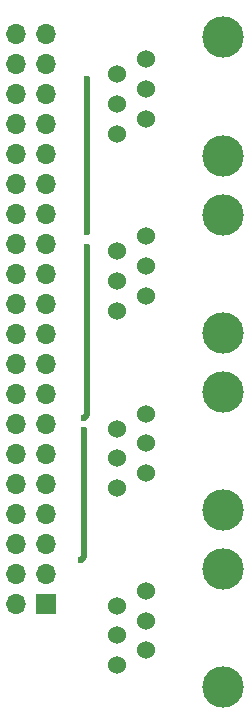
<source format=gbr>
G04 #@! TF.FileFunction,Copper,L2,Bot,Signal*
%FSLAX46Y46*%
G04 Gerber Fmt 4.6, Leading zero omitted, Abs format (unit mm)*
G04 Created by KiCad (PCBNEW 4.0.7-e2-6376~60~ubuntu17.10.1) date Wed Jun 20 23:01:23 2018*
%MOMM*%
%LPD*%
G01*
G04 APERTURE LIST*
%ADD10C,0.100000*%
%ADD11R,1.700000X1.700000*%
%ADD12O,1.700000X1.700000*%
%ADD13C,1.524000*%
%ADD14C,3.500000*%
%ADD15C,0.600000*%
%ADD16C,0.500000*%
G04 APERTURE END LIST*
D10*
D11*
X135000000Y-123000000D03*
D12*
X132460000Y-123000000D03*
X135000000Y-120460000D03*
X132460000Y-120460000D03*
X135000000Y-117920000D03*
X132460000Y-117920000D03*
X135000000Y-115380000D03*
X132460000Y-115380000D03*
X135000000Y-112840000D03*
X132460000Y-112840000D03*
X135000000Y-110300000D03*
X132460000Y-110300000D03*
X135000000Y-107760000D03*
X132460000Y-107760000D03*
X135000000Y-105220000D03*
X132460000Y-105220000D03*
X135000000Y-102680000D03*
X132460000Y-102680000D03*
X135000000Y-100140000D03*
X132460000Y-100140000D03*
X135000000Y-97600000D03*
X132460000Y-97600000D03*
X135000000Y-95060000D03*
X132460000Y-95060000D03*
X135000000Y-92520000D03*
X132460000Y-92520000D03*
X135000000Y-89980000D03*
X132460000Y-89980000D03*
X135000000Y-87440000D03*
X132460000Y-87440000D03*
X135000000Y-84900000D03*
X132460000Y-84900000D03*
X135000000Y-82360000D03*
X132460000Y-82360000D03*
X135000000Y-79820000D03*
X132460000Y-79820000D03*
X135000000Y-77280000D03*
X132460000Y-77280000D03*
X135000000Y-74740000D03*
X132460000Y-74740000D03*
D13*
X143500000Y-76850000D03*
X141000000Y-78110000D03*
X143500000Y-79370000D03*
X141000000Y-80630000D03*
X143500000Y-81889000D03*
X141000000Y-83150000D03*
D14*
X150000000Y-75000000D03*
X150000000Y-85000000D03*
D13*
X143500000Y-91850000D03*
X141000000Y-93110000D03*
X143500000Y-94370000D03*
X141000000Y-95630000D03*
X143500000Y-96889000D03*
X141000000Y-98150000D03*
D14*
X150000000Y-90000000D03*
X150000000Y-100000000D03*
D13*
X143500000Y-106850000D03*
X141000000Y-108110000D03*
X143500000Y-109370000D03*
X141000000Y-110630000D03*
X143500000Y-111889000D03*
X141000000Y-113150000D03*
D14*
X150000000Y-105000000D03*
X150000000Y-115000000D03*
D13*
X143500000Y-121850000D03*
X141000000Y-123110000D03*
X143500000Y-124370000D03*
X141000000Y-125630000D03*
X143500000Y-126889000D03*
X141000000Y-128150000D03*
D14*
X150000000Y-120000000D03*
X150000000Y-130000000D03*
D15*
X138500000Y-78500000D03*
X138500000Y-91500000D03*
X138500000Y-92750000D03*
X138250000Y-107250000D03*
X138000000Y-119250000D03*
X138250000Y-108250000D03*
D16*
X138500000Y-91500000D02*
X138500000Y-78500000D01*
X138500000Y-107000000D02*
X138500000Y-92750000D01*
X138250000Y-107250000D02*
X138500000Y-107000000D01*
X138000000Y-119250000D02*
X138250000Y-119000000D01*
X138250000Y-119000000D02*
X138250000Y-108250000D01*
M02*

</source>
